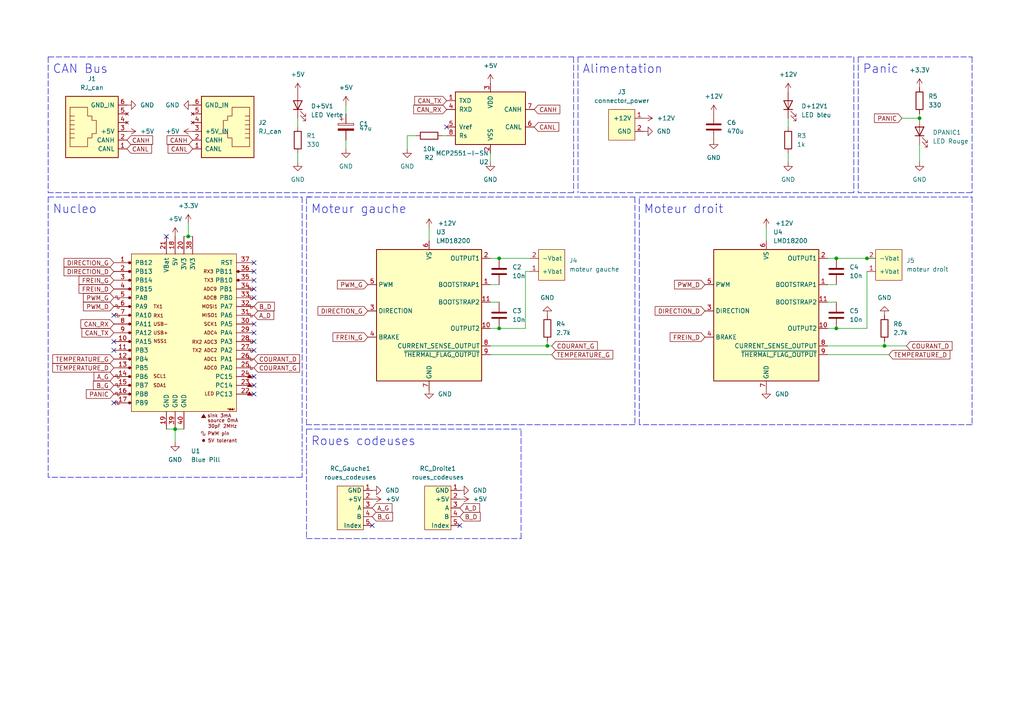
<source format=kicad_sch>
(kicad_sch (version 20211123) (generator eeschema)
  (paper "A4")
  (lib_symbols
    (symbol "Device:C" (pin_numbers hide) (pin_names (offset 0.254))
      (property "Reference" "C" (at 0.635 2.54 0))
      (property "Value" "C" (at 0.635 -2.54 0))
      (symbol "C_0_1"
        (polyline (pts (xy -2.032 -0.762) (xy 2.032 -0.762)) (stroke (width 0.508)))
        (polyline (pts (xy -2.032 0.762) (xy 2.032 0.762)) (stroke (width 0.508)))
      )
      (symbol "C_1_1"
        (pin passive line (at 0 3.81 270) (length 2.794) (name "~") (number "1"))
        (pin passive line (at 0 -3.81 90) (length 2.794) (name "~") (number "2"))
      )
    )
    (symbol "Device:C_Polarized" (pin_numbers hide) (pin_names (offset 0.254))
      (property "Reference" "C" (at 0.635 2.54 0))
      (property "Value" "C_Polarized" (at 0.635 -2.54 0))
      (symbol "C_Polarized_0_1"
        (rectangle (start -2.286 0.508) (end 2.286 1.016))
        (polyline (pts (xy -1.778 2.286) (xy -0.762 2.286)))
        (polyline (pts (xy -1.27 2.794) (xy -1.27 1.778)))
        (rectangle (start 2.286 -0.508) (end -2.286 -1.016) (fill (type outline)))
      )
      (symbol "C_Polarized_1_1"
        (pin passive line (at 0 3.81 270) (length 2.794) (name "~") (number "1"))
        (pin passive line (at 0 -3.81 90) (length 2.794) (name "~") (number "2"))
      )
    )
    (symbol "Device:LED" (pin_numbers hide) (pin_names (offset 1.016) hide)
      (property "Reference" "D" (at 0 2.54 0))
      (property "Value" "LED" (at 0 -2.54 0))
      (symbol "LED_0_1"
        (polyline (pts (xy -1.27 -1.27) (xy -1.27 1.27)) (stroke (width 0.254)))
        (polyline (pts (xy -1.27 0) (xy 1.27 0)))
        (polyline (pts (xy 1.27 -1.27) (xy 1.27 1.27) (xy -1.27 0) (xy 1.27 -1.27)) (stroke (width 0.254)))
        (polyline (pts (xy -3.048 -0.762) (xy -4.572 -2.286) (xy -3.81 -2.286) (xy -4.572 -2.286) (xy -4.572 -1.524)))
        (polyline (pts (xy -1.778 -0.762) (xy -3.302 -2.286) (xy -2.54 -2.286) (xy -3.302 -2.286) (xy -3.302 -1.524)))
      )
      (symbol "LED_1_1"
        (pin passive line (at -3.81 0 0) (length 2.54) (name "K") (number "1"))
        (pin passive line (at 3.81 0 180) (length 2.54) (name "A") (number "2"))
      )
    )
    (symbol "Device:R" (pin_numbers hide) (pin_names (offset 0))
      (property "Reference" "R" (at 2.032 0 90))
      (property "Value" "R" (at 0 0 90))
      (symbol "R_0_1"
        (rectangle (start -1.016 -2.54) (end 1.016 2.54) (stroke (width 0.254)))
      )
      (symbol "R_1_1"
        (pin passive line (at 0 3.81 270) (length 1.27) (name "~") (number "1"))
        (pin passive line (at 0 -3.81 90) (length 1.27) (name "~") (number "2"))
      )
    )
    (symbol "Driver_Motor:LMD18200"
      (property "Reference" "U" (at -12.7 19.05 0))
      (property "Value" "LMD18200" (at 15.24 19.05 0))
      (symbol "LMD18200_0_1"
        (rectangle (start -15.24 -20.32) (end 15.24 17.78) (stroke (width 0.254)) (fill (type background)))
      )
      (symbol "LMD18200_1_1"
        (pin passive line (at 17.78 7.62 180) (length 2.54) (name "BOOTSTRAP1") (number "1"))
        (pin output line (at 17.78 -5.08 180) (length 2.54) (name "OUTPUT2") (number "10"))
        (pin passive line (at 17.78 2.54 180) (length 2.54) (name "BOOTSTRAP2") (number "11"))
        (pin output line (at 17.78 15.24 180) (length 2.54) (name "OUTPUT1") (number "2"))
        (pin input line (at -17.78 0 0) (length 2.54) (name "DIRECTION") (number "3"))
        (pin input line (at -17.78 -7.62 0) (length 2.54) (name "BRAKE") (number "4"))
        (pin input line (at -17.78 7.62 0) (length 2.54) (name "PWM") (number "5"))
        (pin power_in line (at 0 20.32 270) (length 2.54) (name "VS") (number "6"))
        (pin power_in line (at 0 -22.86 90) (length 2.54) (name "GND") (number "7"))
        (pin output line (at 17.78 -10.16 180) (length 2.54) (name "CURRENT_SENSE_OUTPUT") (number "8"))
        (pin open_collector line (at 17.78 -12.7 180) (length 2.54) (name "~{THERMAL_FLAG_OUTPUT}") (number "9"))
      )
    )
    (symbol "Interface_CAN_LIN:MCP2551-I-SN" (pin_names (offset 1.016))
      (property "Reference" "U" (at -10.16 8.89 0))
      (property "Value" "MCP2551-I-SN" (at 2.54 8.89 0))
      (symbol "MCP2551-I-SN_0_1"
        (rectangle (start -10.16 7.62) (end 10.16 -7.62) (stroke (width 0.254)) (fill (type background)))
      )
      (symbol "MCP2551-I-SN_1_1"
        (pin input line (at -12.7 5.08 0) (length 2.54) (name "TXD") (number "1"))
        (pin power_in line (at 0 -10.16 90) (length 2.54) (name "VSS") (number "2"))
        (pin power_in line (at 0 10.16 270) (length 2.54) (name "VDD") (number "3"))
        (pin output line (at -12.7 2.54 0) (length 2.54) (name "RXD") (number "4"))
        (pin power_out line (at -12.7 -2.54 0) (length 2.54) (name "Vref") (number "5"))
        (pin bidirectional line (at 12.7 -2.54 180) (length 2.54) (name "CANL") (number "6"))
        (pin bidirectional line (at 12.7 2.54 180) (length 2.54) (name "CANH") (number "7"))
        (pin input line (at -12.7 -5.08 0) (length 2.54) (name "Rs") (number "8"))
      )
    )
    (symbol "Robot:Blue Pill" (pin_names (offset 1.016))
      (property "Reference" "U" (at -13.97 24.13 0))
      (property "Value" "Blue Pill" (at 0 6.35 90))
      (symbol "Blue Pill_0_0"
        (circle (center -15.748 -20.32) (radius 0.3556) (fill (type outline)))
        (circle (center -15.748 -17.78) (radius 0.3556) (fill (type outline)))
        (circle (center -15.748 -15.24) (radius 0.3556) (fill (type outline)))
        (circle (center -15.748 -12.7) (radius 0.3556) (fill (type outline)))
        (circle (center -15.748 -10.16) (radius 0.3556) (fill (type outline)))
        (circle (center -15.748 -7.62) (radius 0.3556) (fill (type outline)))
        (circle (center -15.748 -5.08) (radius 0.3556) (fill (type outline)))
        (circle (center -15.748 -2.54) (radius 0.3556) (fill (type outline)))
        (circle (center -15.748 0) (radius 0.3556) (fill (type outline)))
        (circle (center -15.748 2.54) (radius 0.3556) (fill (type outline)))
        (circle (center -15.748 5.08) (radius 0.3556) (fill (type outline)))
        (circle (center -15.748 7.62) (radius 0.3556) (fill (type outline)))
        (circle (center -15.748 10.16) (radius 0.3556) (fill (type outline)))
        (circle (center -15.748 12.7) (radius 0.3556) (fill (type outline)))
        (circle (center -15.748 15.24) (radius 0.3556) (fill (type outline)))
        (circle (center -15.748 20.32) (radius 0.3556) (fill (type outline)))
        (polyline (pts (xy 5.08 -24.638) (xy 5.715 -23.622) (xy 6.35 -24.638) (xy 5.08 -24.638) (xy 5.715 -23.749) (xy 6.223 -24.638) (xy 5.207 -24.511) (xy 5.715 -23.876) (xy 6.096 -24.638) (xy 5.334 -24.384) (xy 5.842 -24.003) (xy 5.969 -24.638) (xy 5.461 -24.257) (xy 5.969 -24.13) (xy 5.842 -24.511) (xy 5.588 -24.257) (xy 5.842 -24.384) (xy 5.715 -24.13)))
        (polyline (pts (xy 18.415 -18.161) (xy 19.05 -17.145) (xy 19.685 -18.161) (xy 18.415 -18.161) (xy 19.05 -17.272) (xy 19.558 -18.161) (xy 18.542 -18.034) (xy 19.05 -17.399) (xy 19.431 -18.161) (xy 18.669 -17.907) (xy 19.177 -17.526) (xy 19.304 -18.161) (xy 18.796 -17.78) (xy 19.304 -17.653) (xy 19.177 -18.034) (xy 18.923 -17.78) (xy 19.177 -17.907) (xy 19.05 -17.653)))
        (polyline (pts (xy 18.415 -15.621) (xy 19.05 -14.605) (xy 19.685 -15.621) (xy 18.415 -15.621) (xy 19.05 -14.732) (xy 19.558 -15.621) (xy 18.542 -15.494) (xy 19.05 -14.859) (xy 19.431 -15.621) (xy 18.669 -15.367) (xy 19.177 -14.986) (xy 19.304 -15.621) (xy 18.796 -15.24) (xy 19.304 -15.113) (xy 19.177 -15.494) (xy 18.923 -15.24) (xy 19.177 -15.367) (xy 19.05 -15.113)))
        (polyline (pts (xy 18.415 -13.081) (xy 19.05 -12.065) (xy 19.685 -13.081) (xy 18.415 -13.081) (xy 19.05 -12.192) (xy 19.558 -13.081) (xy 18.542 -12.954) (xy 19.05 -12.319) (xy 19.431 -13.081) (xy 18.669 -12.827) (xy 19.177 -12.446) (xy 19.304 -13.081) (xy 18.796 -12.7) (xy 19.304 -12.573) (xy 19.177 -12.954) (xy 18.923 -12.7) (xy 19.177 -12.827) (xy 19.05 -12.573)))
        (circle (center 5.715 -31.242) (radius 0.127) (fill (type outline)))
        (circle (center 5.715 -31.242) (radius 0.254))
        (circle (center 5.715 -31.242) (radius 0.3556))
        (circle (center 15.748 15.24) (radius 0.254) (fill (type outline)))
        (circle (center 15.748 15.24) (radius 0.3556))
        (circle (center 15.748 17.78) (radius 0.254) (fill (type outline)))
        (circle (center 15.748 17.78) (radius 0.3556))
        (text "30pF 2MHz" (at 11.176 -27.051 0) (effects (font (size 0.9906 0.9906))))
        (text "5V tolerant" (at 11.176 -31.242 0) (effects (font (size 0.9906 0.9906))))
        (text "ADC0" (at 7.747 -10.16 0) (effects (font (size 0.9906 0.9906))))
        (text "ADC1" (at 7.747 -7.62 0) (effects (font (size 0.9906 0.9906))))
        (text "ADC2" (at 7.747 -5.08 0) (effects (font (size 0.9906 0.9906))))
        (text "ADC3" (at 7.747 -2.667 0) (effects (font (size 0.9906 0.9906))))
        (text "ADC4" (at 7.747 0 0) (effects (font (size 0.9906 0.9906))))
        (text "ADC8" (at 7.62 10.16 0) (effects (font (size 0.9906 0.9906))))
        (text "ADC9" (at 7.62 12.7 0) (effects (font (size 0.9906 0.9906))))
        (text "LED" (at 7.366 -17.653 0) (effects (font (size 0.9906 0.9906))))
        (text "MISO1" (at 7.493 5.08 0) (effects (font (size 0.9906 0.9906))))
        (text "MOSI1" (at 7.493 7.62 0) (effects (font (size 0.9906 0.9906))))
        (text "NSS1" (at -6.858 -2.413 0) (effects (font (size 0.9906 0.9906))))
        (text "PWM pin" (at 10.033 -29.21 0) (effects (font (size 0.9906 0.9906))))
        (text "RX1" (at -7.366 4.953 0) (effects (font (size 0.9906 0.9906))))
        (text "RX2" (at 3.81 -2.667 0) (effects (font (size 0.9906 0.9906))))
        (text "RX3" (at 7.112 17.78 0) (effects (font (size 0.9906 0.9906))))
        (text "SCK1" (at 7.747 2.54 0) (effects (font (size 0.9906 0.9906))))
        (text "SCL1" (at -6.985 -12.573 0) (effects (font (size 0.9906 0.9906))))
        (text "SDA1" (at -6.985 -15.24 0) (effects (font (size 0.9906 0.9906))))
        (text "sink 3mA" (at 10.287 -24.003 0) (effects (font (size 0.9906 0.9906))))
        (text "source 0mA" (at 11.303 -25.4 0) (effects (font (size 0.9906 0.9906))))
        (text "TX1" (at -7.493 7.62 0) (effects (font (size 0.9906 0.9906))))
        (text "TX2" (at 3.81 -5.08 0) (effects (font (size 0.9906 0.9906))))
        (text "TX3" (at 7.239 15.24 0) (effects (font (size 0.9906 0.9906))))
        (text "USB+" (at -6.731 0 0) (effects (font (size 0.9906 0.9906))))
        (text "USB-" (at -6.731 2.54 0) (effects (font (size 0.9906 0.9906))))
        (text "Y@@J" (at 13.6906 -22.1488 0) (effects (font (size 0.508 0.508))))
      )
      (symbol "Blue Pill_0_1"
        (rectangle (start -15.24 22.86) (end 15.24 -22.86) (fill (type background)))
        (polyline (pts (xy -18.796 -20.32) (xy -18.796 -20.828) (xy -19.304 -20.828) (xy -19.304 -19.812) (xy -19.812 -19.812) (xy -19.812 -20.32)))
        (polyline (pts (xy -18.796 -17.78) (xy -18.796 -18.288) (xy -19.304 -18.288) (xy -19.304 -17.272) (xy -19.812 -17.272) (xy -19.812 -17.78)))
        (polyline (pts (xy -18.796 -15.24) (xy -18.796 -15.748) (xy -19.304 -15.748) (xy -19.304 -14.732) (xy -19.812 -14.732) (xy -19.812 -15.24)))
        (polyline (pts (xy -18.796 -12.7) (xy -18.796 -13.208) (xy -19.304 -13.208) (xy -19.304 -12.192) (xy -19.812 -12.192) (xy -19.812 -12.7)))
        (polyline (pts (xy -18.796 5.08) (xy -18.796 4.572) (xy -19.304 4.572) (xy -19.304 5.588) (xy -19.812 5.588) (xy -19.812 5.08)))
        (polyline (pts (xy -18.796 7.62) (xy -18.796 7.112) (xy -19.304 7.112) (xy -19.304 8.128) (xy -19.812 8.128) (xy -19.812 7.62)))
        (polyline (pts (xy -18.796 10.16) (xy -18.796 9.652) (xy -19.304 9.652) (xy -19.304 10.668) (xy -19.812 10.668) (xy -19.812 10.16)))
        (polyline (pts (xy 6.096 -29.21) (xy 6.096 -29.718) (xy 5.588 -29.718) (xy 5.588 -28.702) (xy 5.08 -28.702) (xy 5.08 -29.21)))
        (polyline (pts (xy 19.812 -10.16) (xy 19.812 -10.668) (xy 19.304 -10.668) (xy 19.304 -9.652) (xy 18.796 -9.652) (xy 18.796 -10.16)))
        (polyline (pts (xy 19.812 -7.62) (xy 19.812 -8.128) (xy 19.304 -8.128) (xy 19.304 -7.112) (xy 18.796 -7.112) (xy 18.796 -7.62)))
        (polyline (pts (xy 19.812 -5.08) (xy 19.812 -5.588) (xy 19.304 -5.588) (xy 19.304 -4.572) (xy 18.796 -4.572) (xy 18.796 -5.08)))
        (polyline (pts (xy 19.812 -2.54) (xy 19.812 -3.048) (xy 19.304 -3.048) (xy 19.304 -2.032) (xy 18.796 -2.032) (xy 18.796 -2.54)))
        (polyline (pts (xy 19.812 5.08) (xy 19.812 4.572) (xy 19.304 4.572) (xy 19.304 5.588) (xy 18.796 5.588) (xy 18.796 5.08)))
        (polyline (pts (xy 19.812 7.62) (xy 19.812 7.112) (xy 19.304 7.112) (xy 19.304 8.128) (xy 18.796 8.128) (xy 18.796 7.62)))
        (polyline (pts (xy 19.812 10.16) (xy 19.812 9.652) (xy 19.304 9.652) (xy 19.304 10.668) (xy 18.796 10.668) (xy 18.796 10.16)))
        (polyline (pts (xy 19.812 12.7) (xy 19.812 12.192) (xy 19.304 12.192) (xy 19.304 13.208) (xy 18.796 13.208) (xy 18.796 12.7)))
      )
      (symbol "Blue Pill_1_1"
        (circle (center -15.748 17.78) (radius 0.3556) (fill (type outline)))
        (pin bidirectional line (at -20.32 20.32 0) (length 5.08) (name "PB12") (number "1"))
        (pin bidirectional line (at -20.32 -2.54 0) (length 5.08) (name "PA15") (number "10"))
        (pin bidirectional line (at -20.32 -5.08 0) (length 5.08) (name "PB3") (number "11"))
        (pin bidirectional line (at -20.32 -7.62 0) (length 5.08) (name "PB4") (number "12"))
        (pin bidirectional line (at -20.32 -10.16 0) (length 5.08) (name "PB5") (number "13"))
        (pin bidirectional line (at -20.32 -12.7 0) (length 5.08) (name "PB6") (number "14"))
        (pin bidirectional line (at -20.32 -15.24 0) (length 5.08) (name "PB7") (number "15"))
        (pin bidirectional line (at -20.32 -17.78 0) (length 5.08) (name "PB8") (number "16"))
        (pin bidirectional line (at -20.32 -20.32 0) (length 5.08) (name "PB9") (number "17"))
        (pin power_in line (at -2.54 27.94 270) (length 5.08) (name "5V") (number "18"))
        (pin power_in line (at -5.08 -27.94 90) (length 5.08) (name "GND") (number "19"))
        (pin bidirectional line (at -20.32 17.78 0) (length 5.08) (name "PB13") (number "2"))
        (pin power_in line (at 0 27.94 270) (length 5.08) (name "3V3") (number "20"))
        (pin power_in line (at -5.08 27.94 270) (length 5.08) (name "VBat") (number "21"))
        (pin bidirectional line (at 20.32 -17.78 180) (length 5.08) (name "PC13") (number "22"))
        (pin bidirectional line (at 20.32 -15.24 180) (length 5.08) (name "PC14") (number "23"))
        (pin bidirectional line (at 20.32 -12.7 180) (length 5.08) (name "PC15") (number "24"))
        (pin bidirectional line (at 20.32 -10.16 180) (length 5.08) (name "PA0") (number "25"))
        (pin bidirectional line (at 20.32 -7.62 180) (length 5.08) (name "PA1") (number "26"))
        (pin bidirectional line (at 20.32 -5.08 180) (length 5.08) (name "PA2") (number "27"))
        (pin bidirectional line (at 20.32 -2.54 180) (length 5.08) (name "PA3") (number "28"))
        (pin bidirectional line (at 20.32 0 180) (length 5.08) (name "PA4") (number "29"))
        (pin bidirectional line (at -20.32 15.24 0) (length 5.08) (name "PB14") (number "3"))
        (pin bidirectional line (at 20.32 2.54 180) (length 5.08) (name "PA5") (number "30"))
        (pin bidirectional line (at 20.32 5.08 180) (length 5.08) (name "PA6") (number "31"))
        (pin bidirectional line (at 20.32 7.62 180) (length 5.08) (name "PA7") (number "32"))
        (pin bidirectional line (at 20.32 10.16 180) (length 5.08) (name "PB0") (number "33"))
        (pin bidirectional line (at 20.32 12.7 180) (length 5.08) (name "PB1") (number "34"))
        (pin bidirectional line (at 20.32 15.24 180) (length 5.08) (name "PB10") (number "35"))
        (pin bidirectional line (at 20.32 17.78 180) (length 5.08) (name "PB11") (number "36"))
        (pin input line (at 20.32 20.32 180) (length 5.08) (name "RST") (number "37"))
        (pin power_in line (at 2.54 27.94 270) (length 5.08) (name "3V3") (number "38"))
        (pin power_in line (at -2.54 -27.94 90) (length 5.08) (name "GND") (number "39"))
        (pin bidirectional line (at -20.32 12.7 0) (length 5.08) (name "PB15") (number "4"))
        (pin power_in line (at 0 -27.94 90) (length 5.08) (name "GND") (number "40"))
        (pin bidirectional line (at -20.32 10.16 0) (length 5.08) (name "PA8") (number "5"))
        (pin bidirectional line (at -20.32 7.62 0) (length 5.08) (name "PA9") (number "6"))
        (pin bidirectional line (at -20.32 5.08 0) (length 5.08) (name "PA10") (number "7"))
        (pin bidirectional line (at -20.32 2.54 0) (length 5.08) (name "PA11") (number "8"))
        (pin bidirectional line (at -20.32 0 0) (length 5.08) (name "PA12") (number "9"))
      )
    )
    (symbol "Robot:RJ_can" (pin_names (offset 1.016))
      (property "Reference" "J1" (at 0 15.24 0))
      (property "Value" "RJ_can" (at 0 12.7 0))
      (symbol "RJ_can_0_1"
        (polyline (pts (xy -6.35 -1.905) (xy -5.08 -1.905) (xy -5.08 -1.905)))
        (polyline (pts (xy -6.35 -0.635) (xy -5.08 -0.635) (xy -5.08 -0.635)))
        (polyline (pts (xy -6.35 0.635) (xy -5.08 0.635) (xy -5.08 0.635)))
        (polyline (pts (xy -6.35 1.905) (xy -5.08 1.905) (xy -5.08 1.905)))
        (polyline (pts (xy -6.35 3.175) (xy -5.08 3.175) (xy -5.08 3.175)))
        (polyline (pts (xy -5.08 4.445) (xy -6.35 4.445) (xy -6.35 4.445)))
        (polyline (pts (xy -6.35 -4.445) (xy -6.35 6.985) (xy -1.27 6.985) (xy -1.27 4.445) (xy 0 4.445) (xy 0 3.175) (xy 1.27 3.175) (xy 1.27 -0.635) (xy 0 -0.635) (xy 0 -1.905) (xy -1.27 -1.905) (xy -1.27 -4.445) (xy -6.35 -4.445) (xy -6.35 -4.445)))
        (rectangle (start 7.62 10.16) (end -7.62 -7.62) (stroke (width 0.254)) (fill (type background)))
      )
      (symbol "RJ_can_1_1"
        (pin bidirectional line (at 10.16 -5.08 180) (length 2.54) (name "CANL") (number "1"))
        (pin passive line (at 10.16 -2.54 180) (length 2.54) (name "CANH") (number "2"))
        (pin power_out line (at 10.16 0 180) (length 2.54) (name "+5V") (number "3") (alternate "+5V_IN" power_in line))
        (pin no_connect line (at 10.16 2.54 180) (length 2.54) (name "") (number "4"))
        (pin no_connect line (at 10.16 5.08 180) (length 2.54) (name "~") (number "5"))
        (pin power_out line (at 10.16 7.62 180) (length 2.54) (name "GND") (number "6") (alternate "GND_IN" power_in line))
      )
    )
    (symbol "Robot:connector_battery" (pin_names (offset 1))
      (property "Reference" "J" (at 0 0 0))
      (property "Value" "connector_battery" (at 0 1.905 0))
      (symbol "connector_battery_0_1"
        (rectangle (start -6.35 -1.27) (end 1.27 -10.16) (fill (type background)))
      )
      (symbol "connector_battery_1_1"
        (pin power_out line (at 3.81 -3.81 180) (length 2.54) (name "+Vbat") (number "1"))
        (pin power_out line (at 3.81 -7.62 180) (length 2.54) (name "-Vbat") (number "2"))
      )
    )
    (symbol "Robot:connector_power" (pin_names (offset 1))
      (property "Reference" "J" (at 0 0 0))
      (property "Value" "connector_power" (at 0 1.905 0))
      (symbol "connector_power_0_1"
        (rectangle (start -6.35 -1.27) (end 1.27 -10.16) (fill (type background)))
      )
      (symbol "connector_power_1_1"
        (pin power_out line (at 3.81 -3.81 180) (length 2.54) (name "+12V") (number "1"))
        (pin power_out line (at 3.81 -7.62 180) (length 2.54) (name "GND") (number "2"))
      )
    )
    (symbol "Robot:roues_codeuses"
      (property "Reference" "RC_Gauche1" (at -6.35 3.81 0))
      (property "Value" "roues_codeuses" (at -6.35 1.27 0))
      (symbol "roues_codeuses_0_1"
        (rectangle (start -2.54 -1.27) (end -10.16 -13.97) (fill (type background)))
      )
      (symbol "roues_codeuses_1_1"
        (pin power_in line (at 0 -2.54 180) (length 2.54) (name "GND") (number "1"))
        (pin power_in line (at 0 -5.08 180) (length 2.54) (name "+5V") (number "2"))
        (pin output line (at 0 -7.62 180) (length 2.54) (name "A") (number "3"))
        (pin output line (at 0 -10.16 180) (length 2.54) (name "B") (number "4"))
        (pin output line (at 0 -12.7 180) (length 2.54) (name "Index") (number "5"))
      )
    )
    (symbol "power:+12V" (power) (pin_names (offset 0))
      (property "Value" "+12V" (at 0 3.556 0))
      (symbol "+12V_0_1"
        (polyline (pts (xy -0.762 1.27) (xy 0 2.54)))
        (polyline (pts (xy 0 0) (xy 0 2.54)))
        (polyline (pts (xy 0 2.54) (xy 0.762 1.27)))
      )
      (symbol "+12V_1_1"
        (pin power_in line (at 0 0 90) (length 0) hide (name "+12V") (number "1"))
      )
    )
    (symbol "power:+3.3V" (power) (pin_names (offset 0))
      (property "Value" "+3.3V" (at 0 3.556 0))
      (symbol "+3.3V_0_1"
        (polyline (pts (xy -0.762 1.27) (xy 0 2.54)))
        (polyline (pts (xy 0 0) (xy 0 2.54)))
        (polyline (pts (xy 0 2.54) (xy 0.762 1.27)))
      )
      (symbol "+3.3V_1_1"
        (pin power_in line (at 0 0 90) (length 0) hide (name "+3.3V") (number "1"))
      )
    )
    (symbol "power:+5V" (power) (pin_names (offset 0))
      (property "Value" "+5V" (at 0 3.556 0))
      (symbol "+5V_0_1"
        (polyline (pts (xy -0.762 1.27) (xy 0 2.54)))
        (polyline (pts (xy 0 0) (xy 0 2.54)))
        (polyline (pts (xy 0 2.54) (xy 0.762 1.27)))
      )
      (symbol "+5V_1_1"
        (pin power_in line (at 0 0 90) (length 0) hide (name "+5V") (number "1"))
      )
    )
    (symbol "power:GND" (power) (pin_names (offset 0))
      (property "Value" "GND" (at 0 -3.81 0))
      (symbol "GND_0_1"
        (polyline (pts (xy 0 0) (xy 0 -1.27) (xy 1.27 -1.27) (xy 0 -2.54) (xy -1.27 -1.27) (xy 0 -1.27)))
      )
      (symbol "GND_1_1"
        (pin power_in line (at 0 0 270) (length 0) hide (name "GND") (number "1"))
      )
    )
    (symbol "roues_codeuses_1"
      (property "Reference" "RC_Gauche1" (at -6.35 3.81 0))
      (property "Value" "roues_codeuses" (at -6.35 1.27 0))
      (symbol "roues_codeuses_1_0_1"
        (rectangle (start -2.54 -1.27) (end -10.16 -13.97) (fill (type background)))
      )
      (symbol "roues_codeuses_1_1_1"
        (pin power_in line (at 0 -2.54 180) (length 2.54) (name "GND") (number "1"))
        (pin power_in line (at 0 -5.08 180) (length 2.54) (name "+5V") (number "2"))
        (pin output line (at 0 -7.62 180) (length 2.54) (name "A") (number "3"))
        (pin output line (at 0 -10.16 180) (length 2.54) (name "B") (number "4"))
        (pin output line (at 0 -12.7 180) (length 2.54) (name "Index") (number "5"))
      )
    )
  )
  (junction (at 54.61 68.58))
  (junction (at 144.78 74.93))
  (junction (at 256.54 100.33))
  (junction (at 144.78 95.25))
  (junction (at 251.46 74.93))
  (junction (at 266.7 34.29))
  (junction (at 158.75 100.33))
  (junction (at 242.57 95.25))
  (junction (at 242.57 74.93))
  (junction (at 50.8 124.46))
  (no_connect (at 33.02 99.06))
  (no_connect (at 73.66 76.2))
  (no_connect (at 73.66 96.52))
  (no_connect (at 73.66 93.98))
  (no_connect (at 73.66 114.3))
  (no_connect (at 73.66 111.76))
  (no_connect (at 73.66 109.22))
  (no_connect (at 73.66 101.6))
  (no_connect (at 73.66 99.06))
  (no_connect (at 73.66 78.74))
  (no_connect (at 73.66 83.82))
  (no_connect (at 73.66 81.28))
  (no_connect (at 73.66 86.36))
  (no_connect (at 33.02 116.84))
  (no_connect (at 129.54 36.83))
  (no_connect (at 48.26 68.58))
  (no_connect (at 33.02 101.6))
  (no_connect (at 107.95 152.4))
  (no_connect (at 133.35 152.4))
  (no_connect (at 33.02 91.44))
  (polyline (pts (xy 166.37 55.88) (xy 13.97 55.88)))
  (polyline (pts (xy 167.64 16.51) (xy 167.64 55.88)))
  (polyline (pts (xy 87.63 138.43) (xy 13.97 138.43)))
  (wire (pts (xy 50.8 124.46) (xy 53.34 124.46)))
  (wire (pts (xy 118.11 43.18) (xy 118.11 39.37)))
  (polyline (pts (xy 13.97 16.51) (xy 13.97 55.88)))
  (wire (pts (xy 152.4 95.25) (xy 152.4 78.74)))
  (polyline (pts (xy 88.9 124.46) (xy 88.9 156.21)))
  (wire (pts (xy 142.24 74.93) (xy 144.78 74.93)))
  (wire (pts (xy 152.4 78.74) (xy 153.67 78.74)))
  (wire (pts (xy 240.03 100.33) (xy 256.54 100.33)))
  (polyline (pts (xy 167.64 16.51) (xy 247.65 16.51)))
  (wire (pts (xy 251.46 95.25) (xy 242.57 95.25)))
  (wire (pts (xy 257.81 102.87) (xy 240.03 102.87)))
  (wire (pts (xy 240.03 82.55) (xy 242.57 82.55)))
  (wire (pts (xy 86.36 44.45) (xy 86.36 46.99)))
  (polyline (pts (xy 281.94 57.15) (xy 281.94 123.19)))
  (polyline (pts (xy 151.13 156.21) (xy 151.13 124.46)))
  (wire (pts (xy 251.46 74.93) (xy 254 74.93)))
  (polyline (pts (xy 184.15 57.15) (xy 184.15 123.19)))
  (polyline (pts (xy 185.42 123.19) (xy 185.42 57.15)))
  (polyline (pts (xy 13.97 57.15) (xy 87.63 57.15)))
  (polyline (pts (xy 247.65 55.88) (xy 167.64 55.88)))
  (wire (pts (xy 124.46 66.04) (xy 124.46 69.85)))
  (wire (pts (xy 160.02 100.33) (xy 158.75 100.33)))
  (wire (pts (xy 100.33 30.48) (xy 100.33 33.02)))
  (wire (pts (xy 228.6 44.45) (xy 228.6 46.99)))
  (polyline (pts (xy 247.65 16.51) (xy 247.65 55.88)))
  (polyline (pts (xy 13.97 16.51) (xy 166.37 16.51)))
  (polyline (pts (xy 88.9 124.46) (xy 151.13 124.46)))
  (polyline (pts (xy 281.94 123.19) (xy 185.42 123.19)))
  (wire (pts (xy 118.11 39.37) (xy 120.65 39.37)))
  (polyline (pts (xy 87.63 57.15) (xy 87.63 138.43)))
  (wire (pts (xy 144.78 74.93) (xy 153.67 74.93)))
  (wire (pts (xy 54.61 64.77) (xy 54.61 68.58)))
  (wire (pts (xy 222.25 66.04) (xy 222.25 69.85)))
  (wire (pts (xy 256.54 100.33) (xy 262.89 100.33)))
  (wire (pts (xy 48.26 124.46) (xy 50.8 124.46)))
  (polyline (pts (xy 281.94 55.88) (xy 248.92 55.88)))
  (wire (pts (xy 142.24 87.63) (xy 144.78 87.63)))
  (wire (pts (xy 142.24 100.33) (xy 158.75 100.33)))
  (wire (pts (xy 240.03 95.25) (xy 242.57 95.25)))
  (polyline (pts (xy 13.97 57.15) (xy 13.97 138.43)))
  (wire (pts (xy 54.61 68.58) (xy 55.88 68.58)))
  (wire (pts (xy 142.24 82.55) (xy 144.78 82.55)))
  (wire (pts (xy 251.46 74.93) (xy 242.57 74.93)))
  (wire (pts (xy 160.02 102.87) (xy 142.24 102.87)))
  (polyline (pts (xy 184.15 123.19) (xy 88.9 123.19)))
  (polyline (pts (xy 88.9 156.21) (xy 151.13 156.21)))
  (wire (pts (xy 240.03 87.63) (xy 242.57 87.63)))
  (wire (pts (xy 100.33 40.64) (xy 100.33 43.18)))
  (wire (pts (xy 256.54 100.33) (xy 256.54 99.06)))
  (polyline (pts (xy 248.92 16.51) (xy 281.94 16.51)))
  (polyline (pts (xy 88.9 123.19) (xy 88.9 57.15)))
  (polyline (pts (xy 88.9 57.15) (xy 90.17 57.15)))
  (wire (pts (xy 142.24 46.99) (xy 142.24 44.45)))
  (wire (pts (xy 142.24 95.25) (xy 144.78 95.25)))
  (wire (pts (xy 158.75 100.33) (xy 158.75 99.06)))
  (wire (pts (xy 251.46 78.74) (xy 251.46 95.25)))
  (wire (pts (xy 266.7 41.91) (xy 266.7 46.99)))
  (wire (pts (xy 240.03 74.93) (xy 242.57 74.93)))
  (wire (pts (xy 261.62 34.29) (xy 266.7 34.29)))
  (wire (pts (xy 266.7 33.02) (xy 266.7 34.29)))
  (polyline (pts (xy 88.9 57.15) (xy 184.15 57.15)))
  (wire (pts (xy 228.6 34.29) (xy 228.6 36.83)))
  (polyline (pts (xy 166.37 16.51) (xy 166.37 55.88)))
  (wire (pts (xy 53.34 68.58) (xy 54.61 68.58)))
  (wire (pts (xy 128.27 39.37) (xy 129.54 39.37)))
  (wire (pts (xy 86.36 34.29) (xy 86.36 36.83)))
  (polyline (pts (xy 281.94 16.51) (xy 281.94 55.88)))
  (polyline (pts (xy 185.42 57.15) (xy 281.94 57.15)))
  (wire (pts (xy 152.4 95.25) (xy 144.78 95.25)))
  (polyline (pts (xy 248.92 16.51) (xy 248.92 55.88)))
  (wire (pts (xy 50.8 124.46) (xy 50.8 128.27)))
  (text "Panic" (at 250.19 21.59 0) (effects (font (size 2.49 2.49)) (justify left bottom)))
  (text "Alimentation" (at 168.91 21.59 0) (effects (font (size 2.49 2.49)) (justify left bottom)))
  (text "CAN Bus" (at 15.24 21.59 0) (effects (font (size 2.49 2.49)) (justify left bottom)))
  (text "Moteur droit" (at 186.69 62.23 0) (effects (font (size 2.49 2.49)) (justify left bottom)))
  (text "Roues codeuses" (at 90.17 129.54 0) (effects (font (size 2.49 2.49)) (justify left bottom)))
  (text "Moteur gauche" (at 90.17 62.23 0) (effects (font (size 2.49 2.49)) (justify left bottom)))
  (text "Nucleo" (at 15.24 62.23 0) (effects (font (size 2.49 2.49)) (justify left bottom)))
  (global_label "FREIN_G" (shape input) (at 106.68 97.79 180) (property "Références Inter-Feuilles" "${INTERSHEET_REFS}" (effects hide)))
  (global_label "COURANT_G" (shape input) (at 160.02 100.33 0) (property "Références Inter-Feuilles" "${INTERSHEET_REFS}" (effects hide)))
  (global_label "CANL" (shape input) (at 154.94 36.83 0) (property "Références Inter-Feuilles" "${INTERSHEET_REFS}" (effects hide)))
  (global_label "A_G" (shape input) (at 107.95 147.32 0) (property "Références Inter-Feuilles" "${INTERSHEET_REFS}" (effects hide)))
  (global_label "CANH" (shape input) (at 55.88 40.64 180) (property "Références Inter-Feuilles" "${INTERSHEET_REFS}" (effects hide)))
  (global_label "TEMPERATURE_D" (shape input) (at 257.81 102.87 0) (property "Références Inter-Feuilles" "${INTERSHEET_REFS}" (effects hide)))
  (global_label "PANIC" (shape input) (at 33.02 114.3 180) (property "Intersheet References" "${INTERSHEET_REFS}" (effects hide)))
  (global_label "CAN_RX" (shape input) (at 129.54 31.75 180) (property "Références Inter-Feuilles" "${INTERSHEET_REFS}" (effects hide)))
  (global_label "CANL" (shape input) (at 55.88 43.18 180) (property "Références Inter-Feuilles" "${INTERSHEET_REFS}" (effects hide)))
  (global_label "B_D" (shape input) (at 133.35 149.86 0) (property "Références Inter-Feuilles" "${INTERSHEET_REFS}" (effects hide)))
  (global_label "B_D" (shape input) (at 73.66 88.9 0) (property "Références Inter-Feuilles" "${INTERSHEET_REFS}" (effects hide)))
  (global_label "CAN_TX" (shape input) (at 33.02 96.52 180) (property "Références Inter-Feuilles" "${INTERSHEET_REFS}" (effects hide)))
  (global_label "CANL" (shape input) (at 36.83 43.18 0) (property "Références Inter-Feuilles" "${INTERSHEET_REFS}" (effects hide)))
  (global_label "PWM_G" (shape input) (at 106.68 82.55 180) (property "Références Inter-Feuilles" "${INTERSHEET_REFS}" (effects hide)))
  (global_label "B_G" (shape input) (at 33.02 111.76 180) (property "Références Inter-Feuilles" "${INTERSHEET_REFS}" (effects hide)))
  (global_label "DIRECTION_G" (shape input) (at 106.68 90.17 180) (property "Références Inter-Feuilles" "${INTERSHEET_REFS}" (effects hide)))
  (global_label "CANH" (shape input) (at 36.83 40.64 0) (property "Références Inter-Feuilles" "${INTERSHEET_REFS}" (effects hide)))
  (global_label "TEMPERATURE_D" (shape input) (at 33.02 106.68 180) (property "Références Inter-Feuilles" "${INTERSHEET_REFS}" (effects hide)))
  (global_label "FREIN_D" (shape input) (at 33.02 83.82 180) (property "Références Inter-Feuilles" "${INTERSHEET_REFS}" (effects hide)))
  (global_label "COURANT_G" (shape input) (at 73.66 106.68 0) (property "Références Inter-Feuilles" "${INTERSHEET_REFS}" (effects hide)))
  (global_label "PWM_G" (shape input) (at 33.02 86.36 180) (property "Références Inter-Feuilles" "${INTERSHEET_REFS}" (effects hide)))
  (global_label "PWM_D" (shape input) (at 33.02 88.9 180) (property "Références Inter-Feuilles" "${INTERSHEET_REFS}" (effects hide)))
  (global_label "DIRECTION_D" (shape input) (at 33.02 78.74 180) (property "Références Inter-Feuilles" "${INTERSHEET_REFS}" (effects hide)))
  (global_label "PANIC" (shape input) (at 261.62 34.29 180) (property "Intersheet References" "${INTERSHEET_REFS}" (effects hide)))
  (global_label "COURANT_D" (shape input) (at 262.89 100.33 0) (property "Références Inter-Feuilles" "${INTERSHEET_REFS}" (effects hide)))
  (global_label "TEMPERATURE_G" (shape input) (at 33.02 104.14 180) (property "Références Inter-Feuilles" "${INTERSHEET_REFS}" (effects hide)))
  (global_label "COURANT_D" (shape input) (at 73.66 104.14 0) (property "Références Inter-Feuilles" "${INTERSHEET_REFS}" (effects hide)))
  (global_label "CAN_RX" (shape input) (at 33.02 93.98 180) (property "Références Inter-Feuilles" "${INTERSHEET_REFS}" (effects hide)))
  (global_label "CAN_TX" (shape input) (at 129.54 29.21 180) (property "Références Inter-Feuilles" "${INTERSHEET_REFS}" (effects hide)))
  (global_label "PWM_D" (shape input) (at 204.47 82.55 180) (property "Références Inter-Feuilles" "${INTERSHEET_REFS}" (effects hide)))
  (global_label "B_G" (shape input) (at 107.95 149.86 0) (property "Références Inter-Feuilles" "${INTERSHEET_REFS}" (effects hide)))
  (global_label "FREIN_G" (shape input) (at 33.02 81.28 180) (property "Références Inter-Feuilles" "${INTERSHEET_REFS}" (effects hide)))
  (global_label "TEMPERATURE_G" (shape input) (at 160.02 102.87 0) (property "Références Inter-Feuilles" "${INTERSHEET_REFS}" (effects hide)))
  (global_label "CANH" (shape input) (at 154.94 31.75 0) (property "Références Inter-Feuilles" "${INTERSHEET_REFS}" (effects hide)))
  (global_label "DIRECTION_D" (shape input) (at 204.47 90.17 180) (property "Références Inter-Feuilles" "${INTERSHEET_REFS}" (effects hide)))
  (global_label "DIRECTION_G" (shape input) (at 33.02 76.2 180) (property "Références Inter-Feuilles" "${INTERSHEET_REFS}" (effects hide)))
  (global_label "A_G" (shape input) (at 33.02 109.22 180) (property "Références Inter-Feuilles" "${INTERSHEET_REFS}" (effects hide)))
  (global_label "FREIN_D" (shape input) (at 204.47 97.79 180) (property "Références Inter-Feuilles" "${INTERSHEET_REFS}" (effects hide)))
  (global_label "A_D" (shape input) (at 73.66 91.44 0) (property "Références Inter-Feuilles" "${INTERSHEET_REFS}" (effects hide)))
  (global_label "A_D" (shape input) (at 133.35 147.32 0) (property "Références Inter-Feuilles" "${INTERSHEET_REFS}" (effects hide)))
  (symbol (lib_id "power:GND") (at 107.95 142.24 90) (unit 1)
    (property "Reference" "#PWR020" (effects hide))
    (property "Value" "GND" (at 111.76 142.2399 90) (effects (justify right)))
  )
  (symbol (lib_id "power:GND") (at 50.8 128.27 0) (unit 1)
    (property "Reference" "#PWR04" (effects hide))
    (property "Value" "GND" (at 50.8 133.35 0))
  )
  (symbol (lib_id "power:GND") (at 86.36 46.99 0) (unit 1)
    (property "Reference" "#PWR08" (effects hide))
    (property "Value" "GND" (at 86.36 52.07 0))
  )
  (symbol (lib_id "Device:C") (at 242.57 91.44 0) (unit 1)
    (property "Reference" "C5" (at 246.38 90.1699 0) (effects (justify left)))
    (property "Value" "10n" (at 246.38 92.7099 0) (effects (justify left)))
    (property "Footprint" "Capacitor_SMD:C_0805_2012Metric" (effects hide))
  )
  (symbol (lib_id "Robot:roues_codeuses") (at 133.35 139.7 0) (unit 1)
    (property "Reference" "RC_Droite1" (at 127 135.89 0))
    (property "Value" "roues_codeuses" (at 127 138.43 0))
    (property "Footprint" "Robot:HE14-5-angle" (effects hide))
  )
  (symbol (lib_id "Device:C") (at 144.78 78.74 0) (unit 1)
    (property "Reference" "C2" (at 148.59 77.4699 0) (effects (justify left)))
    (property "Value" "10n" (at 148.59 80.0099 0) (effects (justify left)))
    (property "Footprint" "Capacitor_SMD:C_0805_2012Metric" (effects hide))
  )
  (symbol (lib_id "power:+12V") (at 207.01 33.02 0) (unit 1)
    (property "Reference" "#PWR012" (effects hide))
    (property "Value" "+12V" (at 207.01 27.94 0))
  )
  (symbol (lib_id "Interface_CAN_LIN:MCP2551-I-SN") (at 142.24 34.29 0) (unit 1)
    (property "Reference" "U2" (at 141.7194 46.99 0) (effects (justify right)))
    (property "Value" "MCP2551-I-SN" (at 141.7194 44.45 0) (effects (justify right)))
    (property "Footprint" "Package_SO:SOIC-8_3.9x4.9mm_P1.27mm" (effects hide))
    (property "Datasheet" "http://ww1.microchip.com/downloads/en/devicedoc/21667d.pdf" (effects hide))
  )
  (symbol (lib_id "power:GND") (at 228.6 46.99 0) (unit 1)
    (property "Reference" "#PWR025" (effects hide))
    (property "Value" "GND" (at 228.6 52.07 0))
  )
  (symbol (lib_id "Robot:Blue Pill") (at 53.34 96.52 0) (unit 1)
    (property "Reference" "U1" (at 55.3594 130.81 0) (effects (justify left)))
    (property "Value" "Blue Pill" (at 55.3594 133.35 0) (effects (justify left)))
    (property "Footprint" "Robot:Blue Pill" (effects hide))
  )
  (symbol (lib_id "Device:R") (at 124.46 39.37 270) (unit 1)
    (property "Reference" "R2" (at 124.46 45.72 90))
    (property "Value" "10k" (at 124.46 43.18 90))
    (property "Footprint" "Resistor_SMD:R_0805_2012Metric" (effects hide))
  )
  (symbol (lib_id "power:+5V") (at 100.33 30.48 0) (unit 1)
    (property "Reference" "#PWR09" (effects hide))
    (property "Value" "+5V" (at 100.33 25.4 0))
  )
  (symbol (lib_id "Robot:connector_power") (at 182.88 30.48 0) (unit 1)
    (property "Reference" "J3" (at 180.34 26.67 0))
    (property "Value" "connector_power" (at 180.34 29.21 0))
    (property "Footprint" "Robot:WR_TBL_3137_2pins" (effects hide))
  )
  (symbol (lib_id "Robot:connector_battery") (at 255.27 82.55 180) (unit 1)
    (property "Reference" "J5" (at 262.89 75.5649 0) (effects (justify right)))
    (property "Value" "moteur droit" (at 262.89 78.1049 0) (effects (justify right)))
    (property "Footprint" "Robot:WR_TBL_3137_2pins" (effects hide))
  )
  (symbol (lib_id "power:GND") (at 100.33 43.18 0) (unit 1)
    (property "Reference" "#PWR010" (effects hide))
    (property "Value" "GND" (at 100.33 48.26 0))
  )
  (symbol (lib_id "power:+12V") (at 186.69 34.29 270) (unit 1)
    (property "Reference" "#PWR022" (effects hide))
    (property "Value" "+12V" (at 190.5 34.2899 90) (effects (justify left)))
  )
  (symbol (lib_id "Device:R") (at 266.7 29.21 0) (unit 1)
    (property "Reference" "R5" (at 269.24 27.9399 0) (effects (justify left)))
    (property "Value" "330" (at 269.24 30.4799 0) (effects (justify left)))
    (property "Footprint" "Resistor_SMD:R_0805_2012Metric" (effects hide))
  )
  (symbol (lib_id "Device:LED") (at 266.7 38.1 90) (unit 1)
    (property "Reference" "DPANIC1" (at 270.51 38.4174 90) (effects (justify right)))
    (property "Value" "LED Rouge" (at 270.51 40.9574 90) (effects (justify right)))
    (property "Footprint" "LED_SMD:LED_0805_2012Metric" (effects hide))
  )
  (symbol (lib_id "power:GND") (at 55.88 30.48 270) (unit 1)
    (property "Reference" "#PWR05" (effects hide))
    (property "Value" "GND" (at 52.07 30.4799 90) (effects (justify right)))
  )
  (symbol (lib_id "power:GND") (at 207.01 40.64 0) (unit 1)
    (property "Reference" "#PWR015" (effects hide))
    (property "Value" "GND" (at 207.01 45.72 0))
  )
  (symbol (lib_id "power:GND") (at 266.7 46.99 0) (unit 1)
    (property "Reference" "#PWR0102" (effects hide))
    (property "Value" "GND" (at 266.7 52.07 0))
  )
  (symbol (lib_id "Device:R") (at 86.36 40.64 0) (unit 1)
    (property "Reference" "R1" (at 88.9 39.3699 0) (effects (justify left)))
    (property "Value" "330" (at 88.9 41.9099 0) (effects (justify left)))
    (property "Footprint" "Resistor_SMD:R_0805_2012Metric" (effects hide))
  )
  (symbol (lib_id "power:+3.3V") (at 266.7 25.4 0) (unit 1)
    (property "Reference" "#PWR0101" (effects hide))
    (property "Value" "+3.3V" (at 266.7 20.32 0))
  )
  (symbol (lib_id "power:GND") (at 133.35 142.24 90) (unit 1)
    (property "Reference" "#PWR018" (effects hide))
    (property "Value" "GND" (at 137.16 142.2399 90) (effects (justify right)))
  )
  (symbol (lib_id "Device:C") (at 242.57 78.74 0) (unit 1)
    (property "Reference" "C4" (at 246.38 77.4699 0) (effects (justify left)))
    (property "Value" "10n" (at 246.38 80.0099 0) (effects (justify left)))
    (property "Footprint" "Capacitor_SMD:C_0805_2012Metric" (effects hide))
  )
  (symbol (lib_id "power:+12V") (at 124.46 66.04 0) (unit 1)
    (property "Reference" "#PWR026" (effects hide))
    (property "Value" "+12V" (at 127 64.7699 0) (effects (justify left)))
  )
  (symbol (lib_id "power:GND") (at 36.83 30.48 90) (unit 1)
    (property "Reference" "#PWR01" (effects hide))
    (property "Value" "GND" (at 40.64 30.4799 90) (effects (justify right)))
  )
  (symbol (lib_id "power:GND") (at 256.54 91.44 180) (unit 1)
    (property "Reference" "#PWR?" (effects hide))
    (property "Value" "GND" (at 256.54 86.36 0))
  )
  (symbol (lib_id "Device:R") (at 228.6 40.64 0) (unit 1)
    (property "Reference" "R3" (at 231.14 39.3699 0) (effects (justify left)))
    (property "Value" "1k" (at 231.14 41.9099 0) (effects (justify left)))
    (property "Footprint" "Resistor_SMD:R_0805_2012Metric" (effects hide))
  )
  (symbol (lib_name "roues_codeuses_1") (lib_id "Robot:roues_codeuses") (at 107.95 139.7 0) (unit 1)
    (property "Reference" "RC_Gauche1" (at 101.6 135.89 0))
    (property "Value" "roues_codeuses" (at 101.6 138.43 0))
    (property "Footprint" "Robot:HE14-5-angle" (effects hide))
  )
  (symbol (lib_id "power:GND") (at 222.25 113.03 0) (unit 1)
    (property "Reference" "#PWR014" (effects hide))
    (property "Value" "GND" (at 224.79 114.2999 0) (effects (justify left)))
  )
  (symbol (lib_id "power:+5V") (at 55.88 38.1 90) (unit 1)
    (property "Reference" "#PWR06" (effects hide))
    (property "Value" "+5V" (at 52.07 38.0999 90) (effects (justify left)))
  )
  (symbol (lib_id "power:+5V") (at 86.36 26.67 0) (unit 1)
    (property "Reference" "#PWR07" (effects hide))
    (property "Value" "+5V" (at 86.36 21.59 0))
  )
  (symbol (lib_id "Driver_Motor:LMD18200") (at 222.25 90.17 0) (unit 1)
    (property "Reference" "U4" (at 224.2694 67.31 0) (effects (justify left)))
    (property "Value" "LMD18200" (at 224.2694 69.85 0) (effects (justify left)))
    (property "Footprint" "Package_TO_SOT_THT:TO-220-11_P3.4x5.08mm_StaggerOdd_Lead4.85mm_Vertical" (effects hide))
    (property "Datasheet" "http://www.ti.com/lit/ds/symlink/lmd18200.pdf" (effects hide))
  )
  (symbol (lib_id "Device:LED") (at 228.6 30.48 90) (unit 1)
    (property "Reference" "D+12V1" (at 232.41 30.7974 90) (effects (justify right)))
    (property "Value" "LED bleu" (at 232.41 33.3374 90) (effects (justify right)))
    (property "Footprint" "LED_SMD:LED_0805_2012Metric" (effects hide))
  )
  (symbol (lib_id "power:+12V") (at 222.25 66.04 0) (unit 1)
    (property "Reference" "#PWR013" (effects hide))
    (property "Value" "+12V" (at 224.79 64.7699 0) (effects (justify left)))
  )
  (symbol (lib_id "Device:C") (at 144.78 91.44 0) (unit 1)
    (property "Reference" "C3" (at 148.59 90.1699 0) (effects (justify left)))
    (property "Value" "10n" (at 148.59 92.7099 0) (effects (justify left)))
    (property "Footprint" "Capacitor_SMD:C_0805_2012Metric" (effects hide))
  )
  (symbol (lib_id "power:GND") (at 124.46 113.03 0) (unit 1)
    (property "Reference" "#PWR027" (effects hide))
    (property "Value" "GND" (at 127 114.2999 0) (effects (justify left)))
  )
  (symbol (lib_id "power:+5V") (at 133.35 144.78 270) (unit 1)
    (property "Reference" "#PWR019" (effects hide))
    (property "Value" "+5V" (at 137.16 144.7799 90) (effects (justify left)))
  )
  (symbol (lib_id "Driver_Motor:LMD18200") (at 124.46 90.17 0) (unit 1)
    (property "Reference" "U3" (at 126.4794 67.31 0) (effects (justify left)))
    (property "Value" "LMD18200" (at 126.4794 69.85 0) (effects (justify left)))
    (property "Footprint" "Package_TO_SOT_THT:TO-220-11_P3.4x5.08mm_StaggerOdd_Lead4.85mm_Vertical" (effects hide))
    (property "Datasheet" "http://www.ti.com/lit/ds/symlink/lmd18200.pdf" (effects hide))
  )
  (symbol (lib_id "Robot:RJ_can") (at 66.04 38.1 0) (mirror y) (unit 1)
    (property "Reference" "J2" (at 74.93 35.5599 0) (effects (justify right)))
    (property "Value" "RJ_can" (at 74.93 38.0999 0) (effects (justify right)))
    (property "Footprint" "Robot:RJ12" (effects hide))
    (property "Datasheet" "https://www.notion.so/fb11deb952ea4e10a2e068dc0e72e040" (effects hide))
    (pin "3" (alternate "+5V_IN"))
    (pin "6" (alternate "GND_IN"))
  )
  (symbol (lib_id "power:+5V") (at 36.83 38.1 270) (unit 1)
    (property "Reference" "#PWR02" (effects hide))
    (property "Value" "+5V" (at 40.64 38.0999 90) (effects (justify left)))
  )
  (symbol (lib_id "power:GND") (at 118.11 43.18 0) (unit 1)
    (property "Reference" "#PWR011" (effects hide))
    (property "Value" "GND" (at 118.11 48.26 0))
  )
  (symbol (lib_id "Device:R") (at 256.54 95.25 180) (unit 1)
    (property "Reference" "R6" (at 259.08 93.9799 0) (effects (justify right)))
    (property "Value" "2.7k" (at 259.08 96.5199 0) (effects (justify right)))
    (property "Footprint" "Resistor_SMD:R_0805_2012Metric" (effects hide))
  )
  (symbol (lib_id "Device:C_Polarized") (at 100.33 36.83 0) (unit 1)
    (property "Reference" "C1" (at 104.14 35.9409 0) (effects (justify left)))
    (property "Value" "47u" (at 104.14 37.2109 0) (effects (justify left)))
    (property "Footprint" "Capacitor_THT:CP_Radial_D5.0mm_P2.00mm" (effects hide))
  )
  (symbol (lib_id "power:+3.3V") (at 54.61 64.77 0) (unit 1)
    (property "Reference" "#PWR?" (effects hide))
    (property "Value" "+3.3V" (at 54.61 59.69 0))
  )
  (symbol (lib_id "Robot:RJ_can") (at 26.67 38.1 0) (unit 1)
    (property "Reference" "J1" (at 26.67 22.86 0))
    (property "Value" "RJ_can" (at 26.67 25.4 0))
    (property "Footprint" "Robot:RJ12" (effects hide))
    (property "Datasheet" "https://www.notion.so/fb11deb952ea4e10a2e068dc0e72e040" (effects hide))
    (pin "6" (alternate "GND_IN"))
  )
  (symbol (lib_id "power:+5V") (at 50.8 68.58 0) (unit 1)
    (property "Reference" "#PWR03" (effects hide))
    (property "Value" "+5V" (at 50.8 63.5 0))
  )
  (symbol (lib_id "Device:C") (at 207.01 36.83 0) (unit 1)
    (property "Reference" "C6" (at 210.82 35.5599 0) (effects (justify left)))
    (property "Value" "470u" (at 210.82 38.0999 0) (effects (justify left)))
    (property "Footprint" "Capacitor_THT:CP_Radial_D8.0mm_P3.50mm" (effects hide))
  )
  (symbol (lib_id "power:+5V") (at 107.95 144.78 270) (unit 1)
    (property "Reference" "#PWR021" (effects hide))
    (property "Value" "+5V" (at 111.76 144.7799 90) (effects (justify left)))
  )
  (symbol (lib_id "power:GND") (at 142.24 46.99 0) (unit 1)
    (property "Reference" "#PWR017" (effects hide))
    (property "Value" "GND" (at 142.24 52.07 0))
  )
  (symbol (lib_id "power:GND") (at 186.69 38.1 90) (unit 1)
    (property "Reference" "#PWR023" (effects hide))
    (property "Value" "GND" (at 190.5 38.0999 90) (effects (justify right)))
  )
  (symbol (lib_id "Device:R") (at 158.75 95.25 180) (unit 1)
    (property "Reference" "R4" (at 161.29 93.9799 0) (effects (justify right)))
    (property "Value" "2.7k" (at 161.29 96.5199 0) (effects (justify right)))
    (property "Footprint" "Resistor_SMD:R_0805_2012Metric" (effects hide))
  )
  (symbol (lib_id "power:+12V") (at 228.6 26.67 0) (unit 1)
    (property "Reference" "#PWR024" (effects hide))
    (property "Value" "+12V" (at 228.6 21.59 0))
  )
  (symbol (lib_id "Device:LED") (at 86.36 30.48 90) (unit 1)
    (property "Reference" "D+5V1" (at 90.17 30.7974 90) (effects (justify right)))
    (property "Value" "LED Verte" (at 90.17 33.3374 90) (effects (justify right)))
    (property "Footprint" "LED_SMD:LED_0805_2012Metric" (effects hide))
  )
  (symbol (lib_id "power:GND") (at 158.75 91.44 180) (unit 1)
    (property "Reference" "#PWR?" (effects hide))
    (property "Value" "GND" (at 158.75 86.36 0))
  )
  (symbol (lib_id "Robot:connector_battery") (at 157.48 82.55 180) (unit 1)
    (property "Reference" "J4" (at 165.1 75.5649 0) (effects (justify right)))
    (property "Value" "moteur gauche" (at 165.1 78.1049 0) (effects (justify right)))
    (property "Footprint" "Robot:WR_TBL_3137_2pins" (effects hide))
  )
  (symbol (lib_id "power:+5V") (at 142.24 24.13 0) (unit 1)
    (property "Reference" "#PWR016" (effects hide))
    (property "Value" "+5V" (at 142.24 19.05 0))
  )
)
</source>
